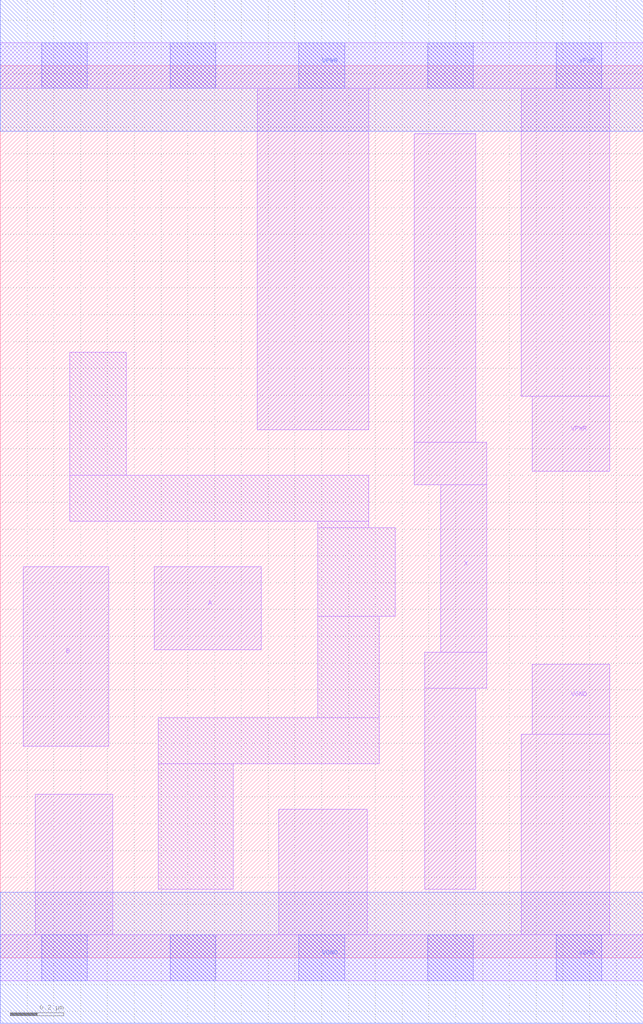
<source format=lef>
# Copyright 2020 The SkyWater PDK Authors
#
# Licensed under the Apache License, Version 2.0 (the "License");
# you may not use this file except in compliance with the License.
# You may obtain a copy of the License at
#
#     https://www.apache.org/licenses/LICENSE-2.0
#
# Unless required by applicable law or agreed to in writing, software
# distributed under the License is distributed on an "AS IS" BASIS,
# WITHOUT WARRANTIES OR CONDITIONS OF ANY KIND, either express or implied.
# See the License for the specific language governing permissions and
# limitations under the License.
#
# SPDX-License-Identifier: Apache-2.0

VERSION 5.7 ;
  NAMESCASESENSITIVE ON ;
  NOWIREEXTENSIONATPIN ON ;
  DIVIDERCHAR "/" ;
  BUSBITCHARS "[]" ;
UNITS
  DATABASE MICRONS 200 ;
END UNITS
MACRO sky130_fd_sc_lp__or2_2
  CLASS CORE ;
  SOURCE USER ;
  FOREIGN sky130_fd_sc_lp__or2_2 ;
  ORIGIN  0.000000  0.000000 ;
  SIZE  2.400000 BY  3.330000 ;
  SYMMETRY X Y R90 ;
  SITE unit ;
  PIN A
    ANTENNAGATEAREA  0.126000 ;
    DIRECTION INPUT ;
    USE SIGNAL ;
    PORT
      LAYER li1 ;
        RECT 0.575000 1.150000 0.975000 1.460000 ;
    END
  END A
  PIN B
    ANTENNAGATEAREA  0.126000 ;
    DIRECTION INPUT ;
    USE SIGNAL ;
    PORT
      LAYER li1 ;
        RECT 0.085000 0.790000 0.405000 1.460000 ;
    END
  END B
  PIN X
    ANTENNADIFFAREA  0.588000 ;
    DIRECTION OUTPUT ;
    USE SIGNAL ;
    PORT
      LAYER li1 ;
        RECT 1.545000 1.765000 1.815000 1.925000 ;
        RECT 1.545000 1.925000 1.775000 3.075000 ;
        RECT 1.585000 0.255000 1.775000 1.005000 ;
        RECT 1.585000 1.005000 1.815000 1.140000 ;
        RECT 1.645000 1.140000 1.815000 1.765000 ;
    END
  END X
  PIN VGND
    DIRECTION INOUT ;
    USE GROUND ;
    PORT
      LAYER li1 ;
        RECT 0.000000 -0.085000 2.400000 0.085000 ;
        RECT 0.130000  0.085000 0.420000 0.610000 ;
        RECT 1.040000  0.085000 1.370000 0.555000 ;
        RECT 1.945000  0.085000 2.275000 0.835000 ;
        RECT 1.985000  0.835000 2.275000 1.095000 ;
      LAYER mcon ;
        RECT 0.155000 -0.085000 0.325000 0.085000 ;
        RECT 0.635000 -0.085000 0.805000 0.085000 ;
        RECT 1.115000 -0.085000 1.285000 0.085000 ;
        RECT 1.595000 -0.085000 1.765000 0.085000 ;
        RECT 2.075000 -0.085000 2.245000 0.085000 ;
      LAYER met1 ;
        RECT 0.000000 -0.245000 2.400000 0.245000 ;
    END
  END VGND
  PIN VPWR
    DIRECTION INOUT ;
    USE POWER ;
    PORT
      LAYER li1 ;
        RECT 0.000000 3.245000 2.400000 3.415000 ;
        RECT 0.960000 1.970000 1.375000 3.245000 ;
        RECT 1.945000 2.095000 2.275000 3.245000 ;
        RECT 1.985000 1.815000 2.275000 2.095000 ;
      LAYER mcon ;
        RECT 0.155000 3.245000 0.325000 3.415000 ;
        RECT 0.635000 3.245000 0.805000 3.415000 ;
        RECT 1.115000 3.245000 1.285000 3.415000 ;
        RECT 1.595000 3.245000 1.765000 3.415000 ;
        RECT 2.075000 3.245000 2.245000 3.415000 ;
      LAYER met1 ;
        RECT 0.000000 3.085000 2.400000 3.575000 ;
    END
  END VPWR
  OBS
    LAYER li1 ;
      RECT 0.260000 1.630000 1.375000 1.800000 ;
      RECT 0.260000 1.800000 0.470000 2.260000 ;
      RECT 0.590000 0.255000 0.870000 0.725000 ;
      RECT 0.590000 0.725000 1.415000 0.895000 ;
      RECT 1.185000 0.895000 1.415000 1.275000 ;
      RECT 1.185000 1.275000 1.475000 1.605000 ;
      RECT 1.185000 1.605000 1.375000 1.630000 ;
  END
END sky130_fd_sc_lp__or2_2

</source>
